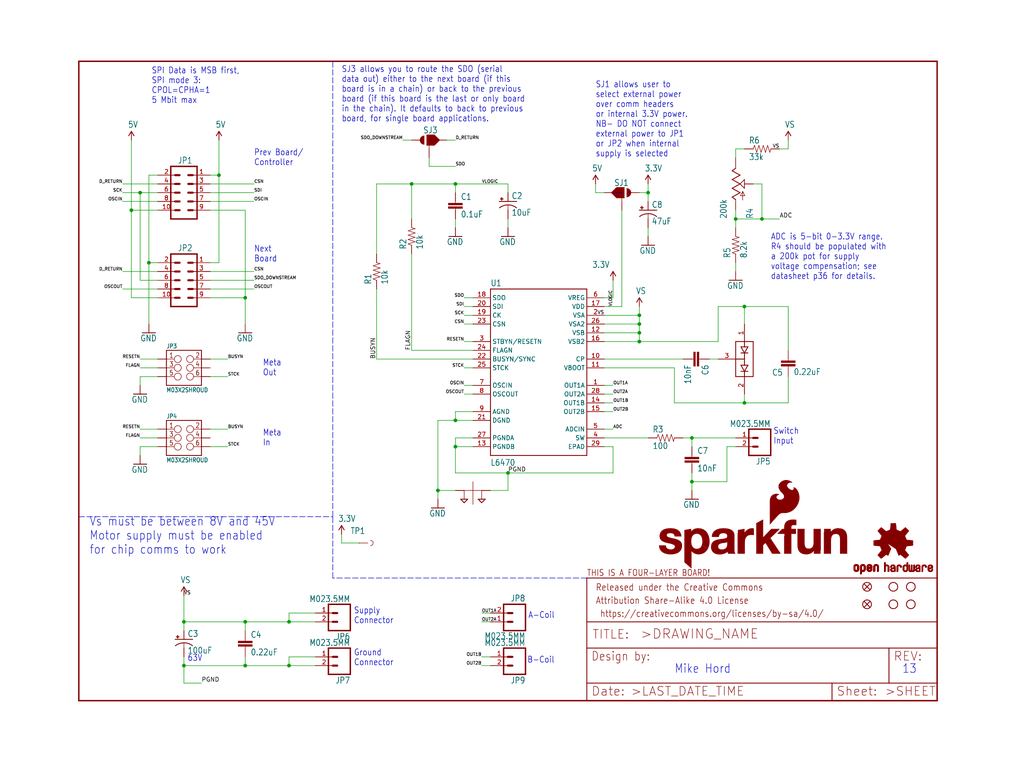
<source format=kicad_sch>
(kicad_sch (version 20211123) (generator eeschema)
  (paper "User" 297.002 223.926)
  (lib_symbols
    (symbol "eagleSchem-eagle-import:0.1UF-25V(+80{slash}-20%)(0603)"
      (property "Reference" "C" (at 1.524 2.921 0))
      (property "Value" "0.1UF-25V(+80{slash}-20%)(0603)" (at 1.524 -2.159 0))
      (symbol "0.1UF-25V(+80{slash}-20%)(0603)_1_0"
        (pin passive line (at 0 5.08 270) (length 2.54) (name "1") (number "1"))
        (pin passive line (at 0 -2.54 90) (length 2.54) (name "2") (number "2"))
      )
    )
    (symbol "eagleSchem-eagle-import:0.22UF50V-20%,+80%(0603)"
      (property "Reference" "C" (at 1.524 2.921 0))
      (property "Value" "0.22UF50V-20%,+80%(0603)" (at 1.524 -2.159 0))
      (symbol "0.22UF50V-20%,+80%(0603)_1_0"
        (pin passive line (at 0 5.08 270) (length 2.54) (name "1") (number "1"))
        (pin passive line (at 0 -2.54 90) (length 2.54) (name "2") (number "2"))
      )
    )
    (symbol "eagleSchem-eagle-import:100OHM1{slash}10W1%(0603)"
      (property "Reference" "R" (at -3.81 1.4986 0))
      (property "Value" "100OHM1{slash}10W1%(0603)" (at -3.81 -3.302 0))
      (symbol "100OHM1{slash}10W1%(0603)_1_0"
        (pin passive line (at -5.08 0 0) (length 2.54) (name "1") (number "1"))
        (pin passive line (at 5.08 0 180) (length 2.54) (name "2") (number "2"))
      )
    )
    (symbol "eagleSchem-eagle-import:100UF-63V-20%(ELECT)"
      (property "Reference" "C" (at 1.016 0.635 0))
      (property "Value" "100UF-63V-20%(ELECT)" (at 1.016 -4.191 0))
      (symbol "100UF-63V-20%(ELECT)_1_0"
        (pin passive line (at 0 2.54 270) (length 2.54) (name "+") (number "+"))
        (pin passive line (at 0 -5.08 90) (length 2.54) (name "-") (number "-"))
      )
    )
    (symbol "eagleSchem-eagle-import:10KOHM1{slash}10W1%(0603)0603"
      (property "Reference" "R" (at -3.81 1.4986 0))
      (property "Value" "10KOHM1{slash}10W1%(0603)0603" (at -3.81 -3.302 0))
      (symbol "10KOHM1{slash}10W1%(0603)0603_1_0"
        (pin passive line (at -5.08 0 0) (length 2.54) (name "1") (number "1"))
        (pin passive line (at 5.08 0 180) (length 2.54) (name "2") (number "2"))
      )
    )
    (symbol "eagleSchem-eagle-import:10NF{slash}10000PF-50V-10%(0603)"
      (property "Reference" "C" (at 1.524 2.921 0))
      (property "Value" "10NF{slash}10000PF-50V-10%(0603)" (at 1.524 -2.159 0))
      (symbol "10NF{slash}10000PF-50V-10%(0603)_1_0"
        (pin passive line (at 0 5.08 270) (length 2.54) (name "1") (number "1"))
        (pin passive line (at 0 -2.54 90) (length 2.54) (name "2") (number "2"))
      )
    )
    (symbol "eagleSchem-eagle-import:10UF-TANT"
      (property "Reference" "C" (at 1.016 0.635 0))
      (property "Value" "10UF-TANT" (at 1.016 -4.191 0))
      (symbol "10UF-TANT_1_0"
        (pin passive line (at 0 2.54 270) (length 2.54) (name "+") (number "A"))
        (pin passive line (at 0 -5.08 90) (length 2.54) (name "-") (number "C"))
      )
    )
    (symbol "eagleSchem-eagle-import:2PT_GND_TIE"
      (symbol "2PT_GND_TIE_1_0"
        (pin bidirectional line (at -5.08 0 0) (length 2.54) (name "P$1") (number "P$1"))
        (pin bidirectional line (at 5.08 0 180) (length 2.54) (name "P$2") (number "P$2"))
      )
    )
    (symbol "eagleSchem-eagle-import:3.3V" (power)
      (property "Value" "3.3V" (at -1.016 3.556 0))
      (symbol "3.3V_1_0"
        (pin power_in line (at 0 0 90) (length 2.54) (name "3.3V") (number "1"))
      )
    )
    (symbol "eagleSchem-eagle-import:33KOHM1{slash}10W1%(0603)"
      (property "Reference" "R" (at -3.81 1.4986 0))
      (property "Value" "33KOHM1{slash}10W1%(0603)" (at -3.81 -3.302 0))
      (symbol "33KOHM1{slash}10W1%(0603)_1_0"
        (pin passive line (at -5.08 0 0) (length 2.54) (name "1") (number "1"))
        (pin passive line (at 5.08 0 180) (length 2.54) (name "2") (number "2"))
      )
    )
    (symbol "eagleSchem-eagle-import:47UF-TANT"
      (property "Reference" "C" (at 1.016 0.635 0))
      (property "Value" "47UF-TANT" (at 1.016 -4.191 0))
      (symbol "47UF-TANT_1_0"
        (pin passive line (at 0 2.54 270) (length 2.54) (name "+") (number "A"))
        (pin passive line (at 0 -5.08 90) (length 2.54) (name "-") (number "C"))
      )
    )
    (symbol "eagleSchem-eagle-import:5V" (power)
      (property "Value" "5V" (at -1.016 3.556 0))
      (symbol "5V_1_0"
        (pin power_in line (at 0 0 90) (length 2.54) (name "5V") (number "1"))
      )
    )
    (symbol "eagleSchem-eagle-import:8.2KOHM-1{slash}10W-5%(0603)"
      (property "Reference" "R" (at -3.81 1.4986 0))
      (property "Value" "8.2KOHM-1{slash}10W-5%(0603)" (at -3.81 -3.302 0))
      (symbol "8.2KOHM-1{slash}10W-5%(0603)_1_0"
        (pin passive line (at -5.08 0 0) (length 2.54) (name "1") (number "1"))
        (pin passive line (at 5.08 0 180) (length 2.54) (name "2") (number "2"))
      )
    )
    (symbol "eagleSchem-eagle-import:BAV99"
      (symbol "BAV99_1_0"
        (pin bidirectional line (at -10.16 0 0) (length 5.08) (name "A1") (number "1"))
        (pin bidirectional line (at 10.16 0 180) (length 5.08) (name "C2") (number "2"))
        (pin bidirectional line (at 0 -7.62 90) (length 5.08) (name "COM") (number "3"))
      )
    )
    (symbol "eagleSchem-eagle-import:FIDUCIALUFIDUCIAL")
    (symbol "eagleSchem-eagle-import:FOUR_LAYER_WARNING"
      (symbol "FOUR_LAYER_WARNING_1_0"
        (text "THIS IS A FOUR-LAYER BOARD!" (at 0 0 0) (effects (font (size 1.778 1.5113)) (justify left bottom)))
      )
    )
    (symbol "eagleSchem-eagle-import:FRAME-LETTER"
      (symbol "FRAME-LETTER_2_0"
        (text " https://creativecommons.org/licenses/by-sa/4.0/" (at 2.54 24.13 0) (effects (font (size 1.9304 1.6408)) (justify left bottom)))
        (text ">DRAWING_NAME" (at 15.494 17.78 0) (effects (font (size 2.7432 2.7432)) (justify left bottom)))
        (text ">LAST_DATE_TIME" (at 12.7 1.27 0) (effects (font (size 2.54 2.54)) (justify left bottom)))
        (text ">SHEET" (at 86.36 1.27 0) (effects (font (size 2.54 2.54)) (justify left bottom)))
        (text "Attribution Share-Alike 4.0 License" (at 2.54 27.94 0) (effects (font (size 1.9304 1.6408)) (justify left bottom)))
        (text "Date:" (at 1.27 1.27 0) (effects (font (size 2.54 2.54)) (justify left bottom)))
        (text "Design by:" (at 1.27 11.43 0) (effects (font (size 2.54 2.159)) (justify left bottom)))
        (text "Released under the Creative Commons" (at 2.54 31.75 0) (effects (font (size 1.9304 1.6408)) (justify left bottom)))
        (text "REV:" (at 88.9 11.43 0) (effects (font (size 2.54 2.54)) (justify left bottom)))
        (text "Sheet:" (at 72.39 1.27 0) (effects (font (size 2.54 2.54)) (justify left bottom)))
        (text "TITLE:" (at 1.524 17.78 0) (effects (font (size 2.54 2.54)) (justify left bottom)))
      )
    )
    (symbol "eagleSchem-eagle-import:GND" (power)
      (property "Value" "GND" (at -2.54 -2.54 0))
      (symbol "GND_1_0"
        (pin power_in line (at 0 2.54 270) (length 2.54) (name "GND") (number "1"))
      )
    )
    (symbol "eagleSchem-eagle-import:JUMPER-PAD-3-2OF3_NC_BY_PASTE"
      (property "Reference" "SJ" (at 2.54 0.381 0))
      (property "Value" "JUMPER-PAD-3-2OF3_NC_BY_PASTE" (at 2.54 -1.905 0))
      (symbol "JUMPER-PAD-3-2OF3_NC_BY_PASTE_1_0"
        (pin passive line (at 0 5.08 270) (length 2.54) (name "1") (number "1"))
        (pin passive line (at -5.08 0 0) (length 2.54) (name "2") (number "2"))
        (pin passive line (at 0 -5.08 90) (length 2.54) (name "3") (number "3"))
      )
    )
    (symbol "eagleSchem-eagle-import:L6470"
      (property "Reference" "U" (at 0 49.022 0))
      (property "Value" "L6470" (at 0 -3.048 0))
      (symbol "L6470_1_0"
        (pin bidirectional line (at 33.02 20.32 180) (length 5.08) (name "OUT1A") (number "1"))
        (pin bidirectional line (at 33.02 27.94 180) (length 5.08) (name "CP") (number "10"))
        (pin bidirectional line (at 33.02 25.4 180) (length 5.08) (name "VBOOT") (number "11"))
        (pin bidirectional line (at 33.02 35.56 180) (length 5.08) (name "VSB") (number "12"))
        (pin bidirectional line (at -5.08 2.54 0) (length 5.08) (name "PGNDB") (number "13"))
        (pin bidirectional line (at 33.02 15.24 180) (length 5.08) (name "OUT1B") (number "14"))
        (pin bidirectional line (at 33.02 12.7 180) (length 5.08) (name "OUT2B") (number "15"))
        (pin bidirectional line (at 33.02 33.02 180) (length 5.08) (name "VSB2") (number "16"))
        (pin bidirectional line (at 33.02 43.18 180) (length 5.08) (name "VDD") (number "17"))
        (pin bidirectional line (at -5.08 45.72 0) (length 5.08) (name "SDO") (number "18"))
        (pin bidirectional line (at -5.08 40.64 0) (length 5.08) (name "CK") (number "19"))
        (pin bidirectional line (at 33.02 40.64 180) (length 5.08) (name "VSA") (number "2"))
        (pin bidirectional line (at -5.08 43.18 0) (length 5.08) (name "SDI") (number "20"))
        (pin bidirectional line (at -5.08 10.16 0) (length 5.08) (name "DGND") (number "21"))
        (pin bidirectional line (at -5.08 27.94 0) (length 5.08) (name "BUSYN/SYNC") (number "22"))
        (pin bidirectional line (at -5.08 38.1 0) (length 5.08) (name "CSN") (number "23"))
        (pin bidirectional line (at -5.08 30.48 0) (length 5.08) (name "FLAGN") (number "24"))
        (pin bidirectional line (at -5.08 25.4 0) (length 5.08) (name "STCK") (number "25"))
        (pin bidirectional line (at 33.02 38.1 180) (length 5.08) (name "VSA2") (number "26"))
        (pin bidirectional line (at -5.08 5.08 0) (length 5.08) (name "PGNDA") (number "27"))
        (pin bidirectional line (at 33.02 17.78 180) (length 5.08) (name "OUT2A") (number "28"))
        (pin bidirectional line (at 33.02 2.54 180) (length 5.08) (name "EPAD") (number "29"))
        (pin bidirectional line (at -5.08 33.02 0) (length 5.08) (name "STBYN/RESETN") (number "3"))
        (pin bidirectional line (at 33.02 5.08 180) (length 5.08) (name "SW") (number "4"))
        (pin bidirectional line (at 33.02 7.62 180) (length 5.08) (name "ADCIN") (number "5"))
        (pin bidirectional line (at 33.02 45.72 180) (length 5.08) (name "VREG") (number "6"))
        (pin bidirectional line (at -5.08 20.32 0) (length 5.08) (name "OSCIN") (number "7"))
        (pin bidirectional line (at -5.08 17.78 0) (length 5.08) (name "OSCOUT") (number "8"))
        (pin bidirectional line (at -5.08 12.7 0) (length 5.08) (name "AGND") (number "9"))
      )
    )
    (symbol "eagleSchem-eagle-import:M023.5MM"
      (property "Reference" "JP" (at -2.54 5.842 0))
      (property "Value" "M023.5MM" (at -2.54 -5.08 0))
      (symbol "M023.5MM_1_0"
        (pin passive line (at 7.62 0 180) (length 5.08) (name "1") (number "1"))
        (pin passive line (at 7.62 2.54 180) (length 5.08) (name "2") (number "2"))
      )
    )
    (symbol "eagleSchem-eagle-import:M03X2SHROUD"
      (property "Reference" "JP" (at -5.08 5.588 0))
      (property "Value" "M03X2SHROUD" (at -5.08 -7.112 0))
      (symbol "M03X2SHROUD_1_0"
        (text "1" (at -4.318 2.794 0) (effects (font (size 1.4224 1.209)) (justify left bottom)))
        (text "2" (at 3.302 2.794 0) (effects (font (size 1.4224 1.209)) (justify left bottom)))
        (text "3" (at -4.318 0.254 0) (effects (font (size 1.4224 1.209)) (justify left bottom)))
        (text "4" (at 3.302 0.254 0) (effects (font (size 1.4224 1.209)) (justify left bottom)))
        (text "5" (at -4.318 -2.286 0) (effects (font (size 1.4224 1.209)) (justify left bottom)))
        (text "6" (at 3.302 -2.286 0) (effects (font (size 1.4224 1.209)) (justify left bottom)))
        (pin bidirectional line (at -7.62 2.54 0) (length 2.54) (name "1") (number "1"))
        (pin bidirectional line (at 7.62 2.54 180) (length 2.54) (name "2") (number "2"))
        (pin bidirectional line (at -7.62 0 0) (length 2.54) (name "3") (number "3"))
        (pin bidirectional line (at 7.62 0 180) (length 2.54) (name "4") (number "4"))
        (pin bidirectional line (at -7.62 -2.54 0) (length 2.54) (name "5") (number "5"))
        (pin bidirectional line (at 7.62 -2.54 180) (length 2.54) (name "6") (number "6"))
      )
    )
    (symbol "eagleSchem-eagle-import:M05X2SHD"
      (property "Reference" "JP" (at -2.54 8.382 0))
      (property "Value" "M05X2SHD" (at -2.54 -10.16 0))
      (symbol "M05X2SHD_1_0"
        (pin passive line (at -7.62 5.08 0) (length 5.08) (name "1") (number "1"))
        (pin passive line (at 7.62 -5.08 180) (length 5.08) (name "10") (number "10"))
        (pin passive line (at 7.62 5.08 180) (length 5.08) (name "2") (number "2"))
        (pin passive line (at -7.62 2.54 0) (length 5.08) (name "3") (number "3"))
        (pin passive line (at 7.62 2.54 180) (length 5.08) (name "4") (number "4"))
        (pin passive line (at -7.62 0 0) (length 5.08) (name "5") (number "5"))
        (pin passive line (at 7.62 0 180) (length 5.08) (name "6") (number "6"))
        (pin passive line (at -7.62 -2.54 0) (length 5.08) (name "7") (number "7"))
        (pin passive line (at 7.62 -2.54 180) (length 5.08) (name "8") (number "8"))
        (pin passive line (at -7.62 -5.08 0) (length 5.08) (name "9") (number "9"))
      )
    )
    (symbol "eagleSchem-eagle-import:OSHW-LOGOM")
    (symbol "eagleSchem-eagle-import:POT100K_3362U"
      (property "Reference" "RV" (at 5.08 -10.16 90))
      (property "Value" "POT100K_3362U" (at -2.54 -10.16 90))
      (symbol "POT100K_3362U_1_0"
        (pin passive line (at 0 7.62 270) (length 2.54) (name "E") (number "P$1"))
        (pin passive line (at 5.08 0 180) (length 2.54) (name "S") (number "P$2"))
        (pin passive line (at 0 -7.62 90) (length 2.54) (name "A") (number "P$3"))
      )
    )
    (symbol "eagleSchem-eagle-import:SFE_LOGO_NAME_FLAME.2_INCH")
    (symbol "eagleSchem-eagle-import:STAND-OFF")
    (symbol "eagleSchem-eagle-import:TEST-POINTTP_15TH_THRU"
      (property "Reference" "TP" (at -2.54 2.54 0))
      (property "Value" "TEST-POINTTP_15TH_THRU" (at -2.54 -2.54 0))
      (symbol "TEST-POINTTP_15TH_THRU_1_0"
        (pin bidirectional line (at 0 0 180) (length 0) (name "1") (number "P$1"))
      )
    )
    (symbol "eagleSchem-eagle-import:VCC" (power)
      (property "Value" "VCC" (at -1.016 3.556 0))
      (symbol "VCC_1_0"
        (pin power_in line (at 0 0 90) (length 2.54) (name "VCC") (number "1"))
      )
    )
  )
  (junction (at 53.34 193.04))
  (junction (at 71.12 180.34))
  (junction (at 63.5 50.8))
  (junction (at 43.18 76.2))
  (junction (at 200.66 127))
  (junction (at 132.08 53.34))
  (junction (at 185.42 93.98))
  (junction (at 71.12 193.04))
  (junction (at 185.42 99.06))
  (junction (at 40.64 55.88))
  (junction (at 132.08 129.54))
  (junction (at 185.42 96.52))
  (junction (at 53.34 180.34))
  (junction (at 83.82 193.04))
  (junction (at 200.66 139.7))
  (junction (at 185.42 91.44))
  (junction (at 220.98 63.5))
  (junction (at 83.82 180.34))
  (junction (at 215.9 88.9))
  (junction (at 213.36 63.5))
  (junction (at 38.1 60.96))
  (junction (at 119.38 53.34))
  (junction (at 215.9 116.84))
  (junction (at 147.32 137.16))
  (junction (at 127 142.24))
  (junction (at 132.08 121.92))
  (junction (at 71.12 86.36))
  (junction (at 187.96 55.88))
  (wire (pts (xy 124.46 48.26) (xy 132.08 48.26)))
  (wire (pts (xy 147.32 63.5) (xy 147.32 66.04)))
  (wire (pts (xy 60.96 78.74) (xy 73.66 78.74)))
  (wire (pts (xy 40.64 55.88) (xy 35.56 55.88)))
  (wire (pts (xy 132.08 53.34) (xy 132.08 55.88)))
  (wire (pts (xy 213.36 45.72) (xy 213.36 43.18)))
  (wire (pts (xy 132.08 142.24) (xy 127 142.24)))
  (wire (pts (xy 45.72 58.42) (xy 35.56 58.42)))
  (wire (pts (xy 175.26 93.98) (xy 185.42 93.98)))
  (wire (pts (xy 220.98 63.5) (xy 220.98 53.34)))
  (wire (pts (xy 119.38 101.6) (xy 119.38 73.66)))
  (wire (pts (xy 213.36 63.5) (xy 220.98 63.5)))
  (wire (pts (xy 177.8 129.54) (xy 175.26 129.54)))
  (polyline (pts (xy 180.34 55.88) (xy 177.8 55.88)))
  (wire (pts (xy 119.38 40.64) (xy 116.84 40.64)))
  (wire (pts (xy 53.34 198.12) (xy 53.34 193.04)))
  (wire (pts (xy 215.9 116.84) (xy 215.9 114.3)))
  (wire (pts (xy 38.1 60.96) (xy 45.72 60.96)))
  (wire (pts (xy 175.26 119.38) (xy 177.8 119.38)))
  (wire (pts (xy 127 142.24) (xy 127 121.92)))
  (wire (pts (xy 132.08 137.16) (xy 147.32 137.16)))
  (wire (pts (xy 147.32 142.24) (xy 147.32 137.16)))
  (wire (pts (xy 45.72 104.14) (xy 40.64 104.14)))
  (wire (pts (xy 127 121.92) (xy 132.08 121.92)))
  (wire (pts (xy 71.12 93.98) (xy 71.12 86.36)))
  (polyline (pts (xy 96.52 167.64) (xy 96.52 149.86)))
  (wire (pts (xy 175.26 124.46) (xy 177.8 124.46)))
  (wire (pts (xy 109.22 104.14) (xy 109.22 83.82)))
  (wire (pts (xy 60.96 104.14) (xy 66.04 104.14)))
  (wire (pts (xy 63.5 50.8) (xy 63.5 76.2)))
  (wire (pts (xy 132.08 121.92) (xy 137.16 121.92)))
  (wire (pts (xy 213.36 43.18) (xy 215.9 43.18)))
  (wire (pts (xy 53.34 193.04) (xy 71.12 193.04)))
  (wire (pts (xy 132.08 129.54) (xy 132.08 137.16)))
  (wire (pts (xy 45.72 83.82) (xy 35.56 83.82)))
  (wire (pts (xy 185.42 55.88) (xy 187.96 55.88)))
  (wire (pts (xy 99.06 157.48) (xy 104.14 157.48)))
  (wire (pts (xy 187.96 68.58) (xy 187.96 66.04)))
  (wire (pts (xy 137.16 119.38) (xy 132.08 119.38)))
  (wire (pts (xy 60.96 50.8) (xy 63.5 50.8)))
  (wire (pts (xy 175.26 86.36) (xy 177.8 86.36)))
  (wire (pts (xy 60.96 58.42) (xy 73.66 58.42)))
  (wire (pts (xy 200.66 139.7) (xy 210.82 139.7)))
  (wire (pts (xy 200.66 142.24) (xy 200.66 139.7)))
  (wire (pts (xy 45.72 78.74) (xy 35.56 78.74)))
  (wire (pts (xy 220.98 63.5) (xy 226.06 63.5)))
  (wire (pts (xy 137.16 93.98) (xy 134.62 93.98)))
  (wire (pts (xy 137.16 127) (xy 132.08 127)))
  (wire (pts (xy 53.34 198.12) (xy 58.42 198.12)))
  (wire (pts (xy 53.34 190.5) (xy 53.34 193.04)))
  (wire (pts (xy 83.82 193.04) (xy 83.82 190.5)))
  (wire (pts (xy 60.96 124.46) (xy 66.04 124.46)))
  (wire (pts (xy 63.5 40.64) (xy 63.5 50.8)))
  (wire (pts (xy 200.66 139.7) (xy 200.66 137.16)))
  (wire (pts (xy 83.82 193.04) (xy 71.12 193.04)))
  (wire (pts (xy 83.82 180.34) (xy 83.82 177.8)))
  (wire (pts (xy 200.66 127) (xy 198.12 127)))
  (wire (pts (xy 45.72 127) (xy 40.64 127)))
  (wire (pts (xy 45.72 50.8) (xy 43.18 50.8)))
  (wire (pts (xy 60.96 60.96) (xy 71.12 60.96)))
  (wire (pts (xy 142.24 177.8) (xy 139.7 177.8)))
  (wire (pts (xy 213.36 60.96) (xy 213.36 63.5)))
  (polyline (pts (xy 22.86 149.86) (xy 96.52 149.86)))
  (wire (pts (xy 200.66 127) (xy 213.36 127)))
  (polyline (pts (xy 170.18 167.64) (xy 96.52 167.64)))
  (wire (pts (xy 91.44 193.04) (xy 83.82 193.04)))
  (wire (pts (xy 83.82 177.8) (xy 91.44 177.8)))
  (wire (pts (xy 137.16 106.68) (xy 134.62 106.68)))
  (wire (pts (xy 180.34 60.96) (xy 180.34 88.9)))
  (wire (pts (xy 185.42 99.06) (xy 175.26 99.06)))
  (wire (pts (xy 99.06 154.94) (xy 99.06 157.48)))
  (wire (pts (xy 200.66 129.54) (xy 200.66 127)))
  (wire (pts (xy 147.32 137.16) (xy 177.8 137.16)))
  (wire (pts (xy 40.64 109.22) (xy 45.72 109.22)))
  (wire (pts (xy 142.24 193.04) (xy 139.7 193.04)))
  (wire (pts (xy 137.16 88.9) (xy 134.62 88.9)))
  (wire (pts (xy 43.18 93.98) (xy 43.18 76.2)))
  (wire (pts (xy 45.72 86.36) (xy 38.1 86.36)))
  (wire (pts (xy 63.5 76.2) (xy 60.96 76.2)))
  (wire (pts (xy 215.9 88.9) (xy 215.9 93.98)))
  (wire (pts (xy 220.98 53.34) (xy 218.44 53.34)))
  (wire (pts (xy 185.42 96.52) (xy 185.42 99.06)))
  (wire (pts (xy 177.8 86.36) (xy 177.8 81.28)))
  (wire (pts (xy 132.08 66.04) (xy 132.08 63.5)))
  (wire (pts (xy 45.72 124.46) (xy 40.64 124.46)))
  (wire (pts (xy 91.44 180.34) (xy 83.82 180.34)))
  (wire (pts (xy 137.16 129.54) (xy 132.08 129.54)))
  (wire (pts (xy 60.96 83.82) (xy 73.66 83.82)))
  (wire (pts (xy 83.82 190.5) (xy 91.44 190.5)))
  (wire (pts (xy 185.42 93.98) (xy 185.42 96.52)))
  (wire (pts (xy 71.12 180.34) (xy 71.12 182.88)))
  (wire (pts (xy 210.82 139.7) (xy 210.82 129.54)))
  (wire (pts (xy 213.36 76.2) (xy 213.36 78.74)))
  (wire (pts (xy 119.38 53.34) (xy 132.08 53.34)))
  (wire (pts (xy 137.16 104.14) (xy 109.22 104.14)))
  (wire (pts (xy 137.16 91.44) (xy 134.62 91.44)))
  (wire (pts (xy 53.34 172.72) (xy 53.34 180.34)))
  (wire (pts (xy 109.22 73.66) (xy 109.22 53.34)))
  (wire (pts (xy 71.12 86.36) (xy 60.96 86.36)))
  (wire (pts (xy 127 144.78) (xy 127 142.24)))
  (wire (pts (xy 147.32 53.34) (xy 147.32 55.88)))
  (wire (pts (xy 208.28 99.06) (xy 208.28 88.9)))
  (wire (pts (xy 175.26 114.3) (xy 177.8 114.3)))
  (wire (pts (xy 60.96 53.34) (xy 73.66 53.34)))
  (wire (pts (xy 40.64 81.28) (xy 45.72 81.28)))
  (wire (pts (xy 71.12 193.04) (xy 71.12 190.5)))
  (wire (pts (xy 137.16 86.36) (xy 134.62 86.36)))
  (wire (pts (xy 40.64 111.76) (xy 40.64 109.22)))
  (wire (pts (xy 45.72 106.68) (xy 40.64 106.68)))
  (wire (pts (xy 109.22 53.34) (xy 119.38 53.34)))
  (wire (pts (xy 124.46 45.72) (xy 124.46 48.26)))
  (wire (pts (xy 175.26 88.9) (xy 180.34 88.9)))
  (wire (pts (xy 71.12 60.96) (xy 71.12 86.36)))
  (wire (pts (xy 175.26 127) (xy 187.96 127)))
  (wire (pts (xy 60.96 81.28) (xy 73.66 81.28)))
  (wire (pts (xy 175.26 116.84) (xy 177.8 116.84)))
  (wire (pts (xy 213.36 66.04) (xy 213.36 63.5)))
  (wire (pts (xy 175.26 104.14) (xy 198.12 104.14)))
  (wire (pts (xy 137.16 114.3) (xy 134.62 114.3)))
  (wire (pts (xy 185.42 91.44) (xy 185.42 93.98)))
  (wire (pts (xy 142.24 142.24) (xy 147.32 142.24)))
  (wire (pts (xy 208.28 88.9) (xy 215.9 88.9)))
  (wire (pts (xy 43.18 76.2) (xy 45.72 76.2)))
  (wire (pts (xy 187.96 55.88) (xy 187.96 53.34)))
  (wire (pts (xy 172.72 55.88) (xy 172.72 53.34)))
  (wire (pts (xy 205.74 104.14) (xy 208.28 104.14)))
  (wire (pts (xy 38.1 40.64) (xy 38.1 60.96)))
  (wire (pts (xy 175.26 111.76) (xy 177.8 111.76)))
  (wire (pts (xy 175.26 96.52) (xy 185.42 96.52)))
  (wire (pts (xy 45.72 53.34) (xy 35.56 53.34)))
  (wire (pts (xy 226.06 43.18) (xy 228.6 43.18)))
  (wire (pts (xy 195.58 116.84) (xy 195.58 106.68)))
  (wire (pts (xy 137.16 111.76) (xy 134.62 111.76)))
  (wire (pts (xy 132.08 53.34) (xy 147.32 53.34)))
  (wire (pts (xy 177.8 137.16) (xy 177.8 129.54)))
  (wire (pts (xy 60.96 109.22) (xy 66.04 109.22)))
  (wire (pts (xy 38.1 86.36) (xy 38.1 60.96)))
  (wire (pts (xy 129.54 40.64) (xy 132.08 40.64)))
  (wire (pts (xy 53.34 180.34) (xy 71.12 180.34)))
  (wire (pts (xy 45.72 55.88) (xy 40.64 55.88)))
  (wire (pts (xy 185.42 99.06) (xy 208.28 99.06)))
  (wire (pts (xy 187.96 58.42) (xy 187.96 55.88)))
  (wire (pts (xy 228.6 88.9) (xy 228.6 101.6)))
  (wire (pts (xy 40.64 132.08) (xy 40.64 129.54)))
  (wire (pts (xy 119.38 63.5) (xy 119.38 53.34)))
  (wire (pts (xy 228.6 109.22) (xy 228.6 116.84)))
  (wire (pts (xy 142.24 190.5) (xy 139.7 190.5)))
  (wire (pts (xy 195.58 106.68) (xy 175.26 106.68)))
  (wire (pts (xy 228.6 116.84) (xy 215.9 116.84)))
  (wire (pts (xy 175.26 55.88) (xy 172.72 55.88)))
  (wire (pts (xy 175.26 91.44) (xy 185.42 91.44)))
  (wire (pts (xy 137.16 101.6) (xy 119.38 101.6)))
  (wire (pts (xy 215.9 116.84) (xy 195.58 116.84)))
  (polyline (pts (xy 96.52 149.86) (xy 96.52 17.78)))
  (wire (pts (xy 60.96 129.54) (xy 66.04 129.54)))
  (wire (pts (xy 137.16 99.06) (xy 134.62 99.06)))
  (wire (pts (xy 132.08 129.54) (xy 132.08 127)))
  (wire (pts (xy 40.64 55.88) (xy 40.64 81.28)))
  (wire (pts (xy 60.96 55.88) (xy 73.66 55.88)))
  (wire (pts (xy 53.34 182.88) (xy 53.34 180.34)))
  (wire (pts (xy 132.08 119.38) (xy 132.08 121.92)))
  (wire (pts (xy 215.9 88.9) (xy 228.6 88.9)))
  (wire (pts (xy 210.82 129.54) (xy 213.36 129.54)))
  (wire (pts (xy 142.24 180.34) (xy 139.7 180.34)))
  (wire (pts (xy 228.6 43.18) (xy 228.6 40.64)))
  (wire (pts (xy 40.64 129.54) (xy 45.72 129.54)))
  (wire (pts (xy 185.42 88.9) (xy 185.42 91.44)))
  (wire (pts (xy 83.82 180.34) (xy 71.12 180.34)))
  (wire (pts (xy 43.18 50.8) (xy 43.18 76.2)))
  (text "ADC is 5-bit 0-3.3V range.\nR4 should be populated with\na 200k pot for supply\nvoltage compensation; see\ndatasheet p36 for details." (at 223.52 81.28 0) (effects (font (size 1.778 1.5113)) (justify left bottom)))
  (text "Next\nBoard" (at 73.66 76.2 180) (effects (font (size 1.778 1.5113)) (justify left bottom)))
  (text "SPI Data is MSB first,\nSPI mode 3:\nCPOL=CPHA=1\n5 Mbit max" (at 43.942 30.226 0) (effects (font (size 1.778 1.5113)) (justify left bottom)))
  (text "13" (at 261.62 195.58 180) (effects (font (size 2.54 2.159)) (justify left bottom)))
  (text "Mike Hord" (at 195.58 195.58 180) (effects (font (size 2.54 2.159)) (justify left bottom)))
  (text "Vs must be between 8V and 45V\nMotor supply must be enabled\nfor chip comms to work~{}" (at 25.908 161.036 0) (effects (font (size 2.54 2.159)) (justify left bottom)))
  (text "Supply\nConnector" (at 102.616 181.102 180) (effects (font (size 1.778 1.5113)) (justify left bottom)))
  (text "63V" (at 54.356 192.024 180) (effects (font (size 1.778 1.5113)) (justify left bottom)))
  (text "SJ3 allows you to route the SDO (serial\ndata out) either to the next board (if this\nboard is in a chain) or back to the previous\nboard (if this board is the last or only board\nin the chain). It defaults to back to previous\nboard, for single board applications." (at 99.06 35.56 0) (effects (font (size 1.778 1.5113)) (justify left bottom)))
  (text "Prev Board/\nController" (at 73.66 48.26 180) (effects (font (size 1.778 1.5113)) (justify left bottom)))
  (text "SJ1 allows user to\nselect external power\nover comm headers\nor internal 3.3V power.\nNB- DO NOT connect\nexternal power to JP1\nor JP2 when internal\nsupply is selected~{}" (at 172.72 45.72 0) (effects (font (size 1.778 1.5113)) (justify left bottom)))
  (text "Meta\nIn" (at 76.2 129.54 180) (effects (font (size 1.778 1.5113)) (justify left bottom)))
  (text "B-Coil" (at 152.908 192.532 180) (effects (font (size 1.778 1.5113)) (justify left bottom)))
  (text "Switch\nInput" (at 224.282 129.032 180) (effects (font (size 1.778 1.5113)) (justify left bottom)))
  (text "A-Coil" (at 153.162 179.578 180) (effects (font (size 1.778 1.5113)) (justify left bottom)))
  (text "Meta\nOut" (at 76.2 109.22 180) (effects (font (size 1.778 1.5113)) (justify left bottom)))
  (text "Ground\nConnector" (at 102.616 193.294 180) (effects (font (size 1.778 1.5113)) (justify left bottom)))
  (label "SDI" (at 73.66 55.88 0) (effects (font (size 0.889 0.889))))
  (label "OSCIN" (at 73.66 58.42 0) (effects (font (size 0.889 0.889))))
  (label "PGND" (at 58.42 198.12 0) (effects (font (size 1.2446 1.2446))))
  (label "OSCIN" (at 134.62 111.76 180) (effects (font (size 0.889 0.889))))
  (label "ADC" (at 226.06 63.5 0) (effects (font (size 1.2446 1.2446))))
  (label "FLAGN" (at 119.38 101.6 90) (effects (font (size 1.2446 1.2446))))
  (label "BUSYN" (at 66.04 124.46 0) (effects (font (size 0.889 0.889))))
  (label "BUSYN" (at 66.04 104.14 0) (effects (font (size 0.889 0.889))))
  (label "SDO_DOWNSTREAM" (at 73.66 81.28 0) (effects (font (size 0.889 0.889))))
  (label "SDO" (at 132.08 48.26 0) (effects (font (size 0.889 0.889))))
  (label "OSCIN" (at 35.56 58.42 180) (effects (font (size 0.889 0.889))))
  (label "OUT2A" (at 177.8 114.3 0) (effects (font (size 0.889 0.889))))
  (label "VS" (at 53.34 172.72 0) (effects (font (size 1.016 1.016))))
  (label "VLOGIC" (at 177.8 88.9 90) (effects (font (size 0.889 0.889))))
  (label "VS" (at 175.26 91.44 180) (effects (font (size 1.016 1.016))))
  (label "D_RETURN" (at 35.56 78.74 180) (effects (font (size 0.889 0.889))))
  (label "RESETN" (at 40.64 104.14 180) (effects (font (size 0.889 0.889))))
  (label "OUT2B" (at 139.7 193.04 180) (effects (font (size 0.889 0.889))))
  (label "OUT1B" (at 139.7 190.5 180) (effects (font (size 0.889 0.889))))
  (label "VS" (at 226.06 43.18 180) (effects (font (size 1.016 1.016))))
  (label "RESETN" (at 134.62 99.06 180) (effects (font (size 0.889 0.889))))
  (label "SCK" (at 134.62 91.44 180) (effects (font (size 0.889 0.889))))
  (label "OUT2B" (at 177.8 119.38 0) (effects (font (size 0.889 0.889))))
  (label "STCK" (at 66.04 129.54 0) (effects (font (size 0.889 0.889))))
  (label "OSCOUT" (at 134.62 114.3 180) (effects (font (size 0.889 0.889))))
  (label "SDO" (at 134.62 86.36 180) (effects (font (size 0.889 0.889))))
  (label "SDI" (at 134.62 88.9 180) (effects (font (size 0.889 0.889))))
  (label "STCK" (at 134.62 106.68 180) (effects (font (size 0.889 0.889))))
  (label "STCK" (at 66.04 109.22 0) (effects (font (size 0.889 0.889))))
  (label "OUT2A" (at 139.7 180.34 0) (effects (font (size 0.889 0.889))))
  (label "SCK" (at 35.56 55.88 180) (effects (font (size 0.889 0.889))))
  (label "OSCOUT" (at 35.56 83.82 180) (effects (font (size 0.889 0.889))))
  (label "OUT1A" (at 177.8 111.76 0) (effects (font (size 0.889 0.889))))
  (label "VLOGIC" (at 139.7 53.34 0) (effects (font (size 0.889 0.889))))
  (label "D_RETURN" (at 35.56 53.34 180) (effects (font (size 0.889 0.889))))
  (label "SDO_DOWNSTREAM" (at 116.84 40.64 180) (effects (font (size 0.889 0.889))))
  (label "FLAGN" (at 40.64 127 180) (effects (font (size 0.889 0.889))))
  (label "RESETN" (at 40.64 124.46 180) (effects (font (size 0.889 0.889))))
  (label "BUSYN" (at 109.22 104.14 90) (effects (font (size 1.2446 1.2446))))
  (label "PGND" (at 147.32 137.16 0) (effects (font (size 1.2446 1.2446))))
  (label "CSN" (at 73.66 78.74 0) (effects (font (size 0.889 0.889))))
  (label "D_RETURN" (at 132.08 40.64 0) (effects (font (size 0.889 0.889))))
  (label "OUT1A" (at 139.7 177.8 0) (effects (font (size 0.889 0.889))))
  (label "OSCOUT" (at 73.66 83.82 0) (effects (font (size 0.889 0.889))))
  (label "CSN" (at 73.66 53.34 0) (effects (font (size 0.889 0.889))))
  (label "FLAGN" (at 40.64 106.68 180) (effects (font (size 0.889 0.889))))
  (label "ADC" (at 177.8 124.46 0) (effects (font (size 0.889 0.889))))
  (label "CSN" (at 134.62 93.98 180) (effects (font (size 0.889 0.889))))
  (label "OUT1B" (at 177.8 116.84 0) (effects (font (size 0.889 0.889))))
  (symbol (lib_id "eagleSchem-eagle-import:BAV99") (at 215.9 104.14 270) (unit 1)
    (property "Reference" "D1" (effects hide))
    (property "Value" "BAV99" (effects hide))
    (property "Footprint" "eagleSchem:SOT23-3" (effects hide))
  )
  (symbol (lib_id "eagleSchem-eagle-import:10KOHM1{slash}10W1%(0603)0603") (at 109.22 78.74 90) (unit 1)
    (property "Reference" "R1" (at 107.7214 82.55 0) (effects (font (size 1.778 1.5113)) (justify left bottom)))
    (property "Value" "10k" (at 112.522 82.55 0) (effects (font (size 1.778 1.5113)) (justify left bottom)))
    (property "Footprint" "eagleSchem:0603-RES" (effects hide))
  )
  (symbol (lib_id "eagleSchem-eagle-import:0.22UF50V-20%,+80%(0603)") (at 71.12 187.96 0) (unit 1)
    (property "Reference" "C4" (at 72.644 185.039 0) (effects (font (size 1.778 1.5113)) (justify left bottom)))
    (property "Value" "0.22uF" (at 72.644 190.119 0) (effects (font (size 1.778 1.5113)) (justify left bottom)))
    (property "Footprint" "eagleSchem:0603-CAP" (effects hide))
  )
  (symbol (lib_id "eagleSchem-eagle-import:33KOHM1{slash}10W1%(0603)") (at 220.98 43.18 0) (unit 1)
    (property "Reference" "R6" (at 217.17 41.6814 0) (effects (font (size 1.778 1.5113)) (justify left bottom)))
    (property "Value" "33k" (at 217.17 46.482 0) (effects (font (size 1.778 1.5113)) (justify left bottom)))
    (property "Footprint" "eagleSchem:0603-RES" (effects hide))
  )
  (symbol (lib_id "eagleSchem-eagle-import:VCC") (at 53.34 172.72 0) (unit 1)
    (property "Reference" "#P+2" (effects hide))
    (property "Value" "VS" (at 52.324 169.164 0) (effects (font (size 1.778 1.5113)) (justify left bottom)))
    (property "Footprint" "eagleSchem:" (effects hide))
  )
  (symbol (lib_id "eagleSchem-eagle-import:GND") (at 127 147.32 0) (unit 1)
    (property "Reference" "#GND2" (effects hide))
    (property "Value" "GND" (at 124.46 149.86 0) (effects (font (size 1.778 1.5113)) (justify left bottom)))
    (property "Footprint" "eagleSchem:" (effects hide))
  )
  (symbol (lib_id "eagleSchem-eagle-import:10NF{slash}10000PF-50V-10%(0603)") (at 200.66 134.62 0) (unit 1)
    (property "Reference" "C7" (at 202.184 131.699 0) (effects (font (size 1.778 1.5113)) (justify left bottom)))
    (property "Value" "10nF" (at 202.184 136.779 0) (effects (font (size 1.778 1.5113)) (justify left bottom)))
    (property "Footprint" "eagleSchem:0603-CAP" (effects hide))
  )
  (symbol (lib_id "eagleSchem-eagle-import:M05X2SHD") (at 53.34 55.88 0) (mirror y) (unit 1)
    (property "Reference" "JP1" (at 55.88 47.498 0) (effects (font (size 1.778 1.5113)) (justify left bottom)))
    (property "Value" "M05X2SHD" (effects hide))
    (property "Footprint" "eagleSchem:2X5-SHROUDED" (effects hide))
  )
  (symbol (lib_id "eagleSchem-eagle-import:2PT_GND_TIE") (at 137.16 142.24 0) (unit 1)
    (property "Reference" "SJ2" (effects hide))
    (property "Value" "2PT_GND_TIE" (effects hide))
    (property "Footprint" "eagleSchem:2PT_GND_TIE" (effects hide))
  )
  (symbol (lib_id "eagleSchem-eagle-import:VCC") (at 185.42 88.9 0) (unit 1)
    (property "Reference" "#P+1" (effects hide))
    (property "Value" "VS" (at 184.404 85.344 0) (effects (font (size 1.778 1.5113)) (justify left bottom)))
    (property "Footprint" "eagleSchem:" (effects hide))
  )
  (symbol (lib_id "eagleSchem-eagle-import:L6470") (at 142.24 132.08 0) (unit 1)
    (property "Reference" "U1" (at 142.24 83.058 0) (effects (font (size 1.778 1.5113)) (justify left bottom)))
    (property "Value" "L6470 " (at 142.24 135.128 0) (effects (font (size 1.778 1.5113)) (justify left bottom)))
    (property "Footprint" "eagleSchem:HTSSOP28" (effects hide))
  )
  (symbol (lib_id "eagleSchem-eagle-import:GND") (at 132.08 68.58 0) (unit 1)
    (property "Reference" "#GND3" (effects hide))
    (property "Value" "GND" (at 129.54 71.12 0) (effects (font (size 1.778 1.5113)) (justify left bottom)))
    (property "Footprint" "eagleSchem:" (effects hide))
  )
  (symbol (lib_id "eagleSchem-eagle-import:FIDUCIALUFIDUCIAL") (at 251.46 175.26 0) (unit 1)
    (property "Reference" "FID2" (effects hide))
    (property "Value" "FIDUCIALUFIDUCIAL" (effects hide))
    (property "Footprint" "eagleSchem:MICRO-FIDUCIAL" (effects hide))
  )
  (symbol (lib_id "eagleSchem-eagle-import:M023.5MM") (at 149.86 180.34 0) (mirror y) (unit 1)
    (property "Reference" "JP8" (at 152.4 174.498 0) (effects (font (size 1.778 1.5113)) (justify left bottom)))
    (property "Value" "M023.5MM" (at 152.4 185.42 0) (effects (font (size 1.778 1.5113)) (justify left bottom)))
    (property "Footprint" "eagleSchem:SCREWTERMINAL-3.5MM-2" (effects hide))
  )
  (symbol (lib_id "eagleSchem-eagle-import:M023.5MM") (at 149.86 190.5 180) (unit 1)
    (property "Reference" "JP9" (at 152.4 196.342 0) (effects (font (size 1.778 1.5113)) (justify left bottom)))
    (property "Value" "M023.5MM" (at 152.4 185.42 0) (effects (font (size 1.778 1.5113)) (justify left bottom)))
    (property "Footprint" "eagleSchem:SCREWTERMINAL-3.5MM-2" (effects hide))
  )
  (symbol (lib_id "eagleSchem-eagle-import:10UF-TANT") (at 147.32 58.42 0) (unit 1)
    (property "Reference" "C2" (at 148.336 57.785 0) (effects (font (size 1.778 1.5113)) (justify left bottom)))
    (property "Value" "10uF" (at 148.336 62.611 0) (effects (font (size 1.778 1.5113)) (justify left bottom)))
    (property "Footprint" "eagleSchem:EIA3216" (effects hide))
  )
  (symbol (lib_id "eagleSchem-eagle-import:OSHW-LOGOM") (at 259.08 157.48 0) (unit 1)
    (property "Reference" "LOGO1" (effects hide))
    (property "Value" "OSHW-LOGOM" (effects hide))
    (property "Footprint" "eagleSchem:OSHW-LOGO-M" (effects hide))
  )
  (symbol (lib_id "eagleSchem-eagle-import:M03X2SHROUD") (at 53.34 127 0) (unit 1)
    (property "Reference" "JP4" (at 48.26 121.412 0) (effects (font (size 1.27 1.0795)) (justify left bottom)))
    (property "Value" "M03X2SHROUD" (at 48.26 134.112 0) (effects (font (size 1.27 1.0795)) (justify left bottom)))
    (property "Footprint" "eagleSchem:2X3-SHROUDED" (effects hide))
  )
  (symbol (lib_id "eagleSchem-eagle-import:10KOHM1{slash}10W1%(0603)0603") (at 119.38 68.58 90) (unit 1)
    (property "Reference" "R2" (at 117.8814 72.39 0) (effects (font (size 1.778 1.5113)) (justify left bottom)))
    (property "Value" "10k" (at 122.682 72.39 0) (effects (font (size 1.778 1.5113)) (justify left bottom)))
    (property "Footprint" "eagleSchem:0603-RES" (effects hide))
  )
  (symbol (lib_id "eagleSchem-eagle-import:TEST-POINTTP_15TH_THRU") (at 104.14 157.48 0) (unit 1)
    (property "Reference" "TP1" (at 101.6 154.94 0) (effects (font (size 1.778 1.5113)) (justify left bottom)))
    (property "Value" "TEST-POINTTP_15TH_THRU" (effects hide))
    (property "Footprint" "eagleSchem:TP_15TH" (effects hide))
  )
  (symbol (lib_id "eagleSchem-eagle-import:GND") (at 200.66 144.78 0) (unit 1)
    (property "Reference" "#GND7" (effects hide))
    (property "Value" "GND" (at 198.12 147.32 0) (effects (font (size 1.778 1.5113)) (justify left bottom)))
    (property "Footprint" "eagleSchem:" (effects hide))
  )
  (symbol (lib_id "eagleSchem-eagle-import:STAND-OFF") (at 259.08 170.18 0) (unit 1)
    (property "Reference" "STANDOFF1" (effects hide))
    (property "Value" "STAND-OFF" (effects hide))
    (property "Footprint" "eagleSchem:STAND-OFF" (effects hide))
  )
  (symbol (lib_id "eagleSchem-eagle-import:10NF{slash}10000PF-50V-10%(0603)") (at 200.66 104.14 270) (unit 1)
    (property "Reference" "C6" (at 203.581 105.664 0) (effects (font (size 1.778 1.5113)) (justify left bottom)))
    (property "Value" "10nF" (at 198.501 105.664 0) (effects (font (size 1.778 1.5113)) (justify left bottom)))
    (property "Footprint" "eagleSchem:0603-CAP" (effects hide))
  )
  (symbol (lib_id "eagleSchem-eagle-import:GND") (at 40.64 134.62 0) (unit 1)
    (property "Reference" "#GND12" (effects hide))
    (property "Value" "GND" (at 38.1 137.16 0) (effects (font (size 1.778 1.5113)) (justify left bottom)))
    (property "Footprint" "eagleSchem:" (effects hide))
  )
  (symbol (lib_id "eagleSchem-eagle-import:5V") (at 172.72 53.34 0) (unit 1)
    (property "Reference" "#U$1" (effects hide))
    (property "Value" "5V" (at 171.704 49.784 0) (effects (font (size 1.778 1.5113)) (justify left bottom)))
    (property "Footprint" "eagleSchem:" (effects hide))
  )
  (symbol (lib_id "eagleSchem-eagle-import:3.3V") (at 187.96 53.34 0) (unit 1)
    (property "Reference" "#P+5" (effects hide))
    (property "Value" "3.3V" (at 186.944 49.784 0) (effects (font (size 1.778 1.5113)) (justify left bottom)))
    (property "Footprint" "eagleSchem:" (effects hide))
  )
  (symbol (lib_id "eagleSchem-eagle-import:GND") (at 40.64 114.3 0) (unit 1)
    (property "Reference" "#GND11" (effects hide))
    (property "Value" "GND" (at 38.1 116.84 0) (effects (font (size 1.778 1.5113)) (justify left bottom)))
    (property "Footprint" "eagleSchem:" (effects hide))
  )
  (symbol (lib_id "eagleSchem-eagle-import:M03X2SHROUD") (at 53.34 106.68 0) (unit 1)
    (property "Reference" "JP3" (at 48.26 101.092 0) (effects (font (size 1.27 1.0795)) (justify left bottom)))
    (property "Value" "M03X2SHROUD" (at 48.26 113.792 0) (effects (font (size 1.27 1.0795)) (justify left bottom)))
    (property "Footprint" "eagleSchem:2X3-SHROUDED" (effects hide))
  )
  (symbol (lib_id "eagleSchem-eagle-import:STAND-OFF") (at 264.16 175.26 0) (unit 1)
    (property "Reference" "STANDOFF4" (effects hide))
    (property "Value" "STAND-OFF" (effects hide))
    (property "Footprint" "eagleSchem:STAND-OFF" (effects hide))
  )
  (symbol (lib_id "eagleSchem-eagle-import:47UF-TANT") (at 187.96 60.96 0) (unit 1)
    (property "Reference" "C8" (at 188.976 60.325 0) (effects (font (size 1.778 1.5113)) (justify left bottom)))
    (property "Value" "47uF" (at 188.976 65.151 0) (effects (font (size 1.778 1.5113)) (justify left bottom)))
    (property "Footprint" "eagleSchem:EIA3528" (effects hide))
  )
  (symbol (lib_id "eagleSchem-eagle-import:M023.5MM") (at 99.06 190.5 180) (unit 1)
    (property "Reference" "JP7" (at 101.6 196.342 0) (effects (font (size 1.778 1.5113)) (justify left bottom)))
    (property "Value" "M023.5MM" (at 101.6 185.42 0) (effects (font (size 1.778 1.5113)) (justify left bottom)))
    (property "Footprint" "eagleSchem:SCREWTERMINAL-3.5MM-2" (effects hide))
  )
  (symbol (lib_id "eagleSchem-eagle-import:FRAME-LETTER") (at 170.18 203.2 0) (unit 2)
    (property "Reference" "FRAME1" (effects hide))
    (property "Value" "FRAME-LETTER" (effects hide))
    (property "Footprint" "eagleSchem:CREATIVE_COMMONS" (effects hide))
  )
  (symbol (lib_id "eagleSchem-eagle-import:GND") (at 187.96 71.12 0) (unit 1)
    (property "Reference" "#GND9" (effects hide))
    (property "Value" "GND" (at 185.42 73.66 0) (effects (font (size 1.778 1.5113)) (justify left bottom)))
    (property "Footprint" "eagleSchem:" (effects hide))
  )
  (symbol (lib_id "eagleSchem-eagle-import:0.22UF50V-20%,+80%(0603)") (at 228.6 104.14 180) (unit 1)
    (property "Reference" "C5" (at 227.076 107.061 0) (effects (font (size 1.778 1.5113)) (justify left bottom)))
    (property "Value" "0.22uF" (at 230.124 108.839 0) (effects (font (size 1.778 1.5113)) (justify right top)))
    (property "Footprint" "eagleSchem:0603-CAP" (effects hide))
  )
  (symbol (lib_id "eagleSchem-eagle-import:GND") (at 213.36 81.28 0) (unit 1)
    (property "Reference" "#GND8" (effects hide))
    (property "Value" "GND" (at 210.82 83.82 0) (effects (font (size 1.778 1.5113)) (justify left bottom)))
    (property "Footprint" "eagleSchem:" (effects hide))
  )
  (symbol (lib_id "eagleSchem-eagle-import:0.1UF-25V(+80{slash}-20%)(0603)") (at 132.08 60.96 0) (unit 1)
    (property "Reference" "C1" (at 133.604 58.039 0) (effects (font (size 1.778 1.5113)) (justify left bottom)))
    (property "Value" "0.1uF" (at 133.604 63.119 0) (effects (font (size 1.778 1.5113)) (justify left bottom)))
    (property "Footprint" "eagleSchem:0603-CAP" (effects hide))
  )
  (symbol (lib_id "eagleSchem-eagle-import:POT100K_3362U") (at 213.36 53.34 0) (unit 1)
    (property "Reference" "R4" (at 218.44 63.5 90) (effects (font (size 1.778 1.5113)) (justify left bottom)))
    (property "Value" "200k" (at 210.82 63.5 90) (effects (font (size 1.778 1.5113)) (justify left bottom)))
    (property "Footprint" "eagleSchem:3362U" (effects hide))
  )
  (symbol (lib_id "eagleSchem-eagle-import:JUMPER-PAD-3-2OF3_NC_BY_PASTE") (at 124.46 40.64 90) (unit 1)
    (property "Reference" "SJ3" (at 122.682 38.735 90) (effects (font (size 1.778 1.5113)) (justify right top)))
    (property "Value" "JUMPER-PAD-3-2OF3_NC_BY_PASTE" (effects hide))
    (property "Footprint" "eagleSchem:PAD-JUMPER-3-2OF3_NC_BY_PASTE_YES_SILK_FULL_BOX" (effects hide))
  )
  (symbol (lib_id "eagleSchem-eagle-import:FRAME-LETTER") (at 22.86 203.2 0) (unit 1)
    (property "Reference" "FRAME1" (effects hide))
    (property "Value" "FRAME-LETTER" (effects hide))
    (property "Footprint" "eagleSchem:CREATIVE_COMMONS" (effects hide))
  )
  (symbol (lib_id "eagleSchem-eagle-import:100UF-63V-20%(ELECT)") (at 53.34 185.42 0) (unit 1)
    (property "Reference" "C3" (at 54.356 184.785 0) (effects (font (size 1.778 1.5113)) (justify left bottom)))
    (property "Value" "100uF" (at 54.356 189.611 0) (effects (font (size 1.778 1.5113)) (justify left bottom)))
    (property "Footprint" "eagleSchem:NIC_10X10.5_CAP" (effects hide))
  )
  (symbol (lib_id "eagleSchem-eagle-import:3.3V") (at 99.06 154.94 0) (unit 1)
    (property "Reference" "#P+6" (effects hide))
    (property "Value" "3.3V" (at 98.044 151.384 0) (effects (font (size 1.778 1.5113)) (justify left bottom)))
    (property "Footprint" "eagleSchem:" (effects hide))
  )
  (symbol (lib_id "eagleSchem-eagle-import:FOUR_LAYER_WARNING") (at 170.18 167.132 0) (unit 1)
    (property "Reference" "U$4" (effects hide))
    (property "Value" "FOUR_LAYER_WARNING" (effects hide))
    (property "Footprint" "eagleSchem:FOUR_LAYER_WARNING" (effects hide))
  )
  (symbol (lib_id "eagleSchem-eagle-import:SFE_LOGO_NAME_FLAME.2_INCH") (at 190.5 165.1 0) (unit 1)
    (property "Reference" "LOGO2" (effects hide))
    (property "Value" "SFE_LOGO_NAME_FLAME.2_INCH" (effects hide))
    (property "Footprint" "eagleSchem:SFE_LOGO_NAME_FLAME_.2" (effects hide))
  )
  (symbol (lib_id "eagleSchem-eagle-import:STAND-OFF") (at 259.08 175.26 0) (unit 1)
    (property "Reference" "STANDOFF3" (effects hide))
    (property "Value" "STAND-OFF" (effects hide))
    (property "Footprint" "eagleSchem:STAND-OFF" (effects hide))
  )
  (symbol (lib_id "eagleSchem-eagle-import:JUMPER-PAD-3-2OF3_NC_BY_PASTE") (at 180.34 55.88 270) (mirror x) (unit 1)
    (property "Reference" "SJ1" (at 182.372 53.975 90) (effects (font (size 1.778 1.5113)) (justify right top)))
    (property "Value" "JUMPER-PAD-3-2OF3_NC_BY_PASTE" (effects hide))
    (property "Footprint" "eagleSchem:PAD-JUMPER-3-2OF3_NC_BY_PASTE_YES_SILK_FULL_BOX" (effects hide))
  )
  (symbol (lib_id "eagleSchem-eagle-import:STAND-OFF") (at 264.16 170.18 0) (unit 1)
    (property "Reference" "STANDOFF2" (effects hide))
    (property "Value" "STAND-OFF" (effects hide))
    (property "Footprint" "eagleSchem:STAND-OFF" (effects hide))
  )
  (symbol (lib_id "eagleSchem-eagle-import:GND") (at 71.12 96.52 0) (unit 1)
    (property "Reference" "#GND1" (effects hide))
    (property "Value" "GND" (at 68.58 99.06 0) (effects (font (size 1.778 1.5113)) (justify left bottom)))
    (property "Footprint" "eagleSchem:" (effects hide))
  )
  (symbol (lib_id "eagleSchem-eagle-import:3.3V") (at 177.8 81.28 0) (unit 1)
    (property "Reference" "#P+4" (effects hide))
    (property "Value" "3.3V" (at 171.704 77.724 0) (effects (font (size 1.778 1.5113)) (justify left bottom)))
    (property "Footprint" "eagleSchem:" (effects hide))
  )
  (symbol (lib_id "eagleSchem-eagle-import:100OHM1{slash}10W1%(0603)") (at 193.04 127 0) (unit 1)
    (property "Reference" "R3" (at 189.23 125.5014 0) (effects (font (size 1.778 1.5113)) (justify left bottom)))
    (property "Value" "100" (at 189.23 130.302 0) (effects (font (size 1.778 1.5113)) (justify left bottom)))
    (property "Footprint" "eagleSchem:0603-RES" (effects hide))
  )
  (symbol (lib_id "eagleSchem-eagle-import:GND") (at 43.18 96.52 0) (unit 1)
    (property "Reference" "#GND10" (effects hide))
    (property "Value" "GND" (at 40.64 99.06 0) (effects (font (size 1.778 1.5113)) (justify left bottom)))
    (property "Footprint" "eagleSchem:" (effects hide))
  )
  (symbol (lib_id "eagleSchem-eagle-import:M023.5MM") (at 99.06 177.8 180) (unit 1)
    (property "Reference" "JP6" (at 101.6 183.642 0) (effects (font (size 1.778 1.5113)) (justify left bottom)))
    (property "Value" "M023.5MM" (at 101.6 172.72 0) (effects (font (size 1.778 1.5113)) (justify left bottom)))
    (property "Footprint" "eagleSchem:SCREWTERMINAL-3.5MM-2" (effects hide))
  )
  (symbol (lib_id "eagleSchem-eagle-import:5V") (at 63.5 40.64 0) (unit 1)
    (property "Reference" "#U$2" (effects hide))
    (property "Value" "5V" (at 62.484 37.084 0) (effects (font (size 1.778 1.5113)) (justify left bottom)))
    (property "Footprint" "eagleSchem:" (effects hide))
  )
  (symbol (lib_id "eagleSchem-eagle-import:M05X2SHD") (at 53.34 81.28 0) (mirror y) (unit 1)
    (property "Reference" "JP2" (at 55.88 72.898 0) (effects (font (size 1.778 1.5113)) (justify left bottom)))
    (property "Value" "M05X2SHD" (effects hide))
    (property "Footprint" "eagleSchem:2X5-SHROUDED" (effects hide))
  )
  (symbol (lib_id "eagleSchem-eagle-import:5V") (at 38.1 40.64 0) (unit 1)
    (property "Reference" "#U$3" (effects hide))
    (property "Value" "5V" (at 37.084 37.084 0) (effects (font (size 1.778 1.5113)) (justify left bottom)))
    (property "Footprint" "eagleSchem:" (effects hide))
  )
  (symbol (lib_id "eagleSchem-eagle-import:VCC") (at 228.6 40.64 0) (unit 1)
    (property "Reference" "#P+3" (effects hide))
    (property "Value" "VS" (at 227.584 37.084 0) (effects (font (size 1.778 1.5113)) (justify left bottom)))
    (property "Footprint" "eagleSchem:" (effects hide))
  )
  (symbol (lib_id "eagleSchem-eagle-import:8.2KOHM-1{slash}10W-5%(0603)") (at 213.36 71.12 90) (unit 1)
    (property "Reference" "R5" (at 211.8614 74.93 0) (effects (font (size 1.778 1.5113)) (justify left bottom)))
    (property "Value" "8.2k" (at 216.662 74.93 0) (effects (font (size 1.778 1.5113)) (justify left bottom)))
    (property "Footprint" "eagleSchem:0603-RES" (effects hide))
  )
  (symbol (lib_id "eagleSchem-eagle-import:M023.5MM") (at 220.98 127 180) (unit 1)
    (property "Reference" "JP5" (at 223.52 132.842 0) (effects (font (size 1.778 1.5113)) (justify left bottom)))
    (property "Value" "M023.5MM" (at 223.52 121.92 0) (effects (font (size 1.778 1.5113)) (justify left bottom)))
    (property "Footprint" "eagleSchem:SCREWTERMINAL-3.5MM-2" (effects hide))
  )
  (symbol (lib_id "eagleSchem-eagle-import:GND") (at 147.32 68.58 0) (unit 1)
    (property "Reference" "#GND6" (effects hide))
    (property "Value" "GND" (at 144.78 71.12 0) (effects (font (size 1.778 1.5113)) (justify left bottom)))
    (property "Footprint" "eagleSchem:" (effects hide))
  )
  (symbol (lib_id "eagleSchem-eagle-import:FIDUCIALUFIDUCIAL") (at 251.46 170.18 0) (unit 1)
    (property "Reference" "FID1" (effects hide))
    (property "Value" "FIDUCIALUFIDUCIAL" (effects hide))
    (property "Footprint" "eagleSchem:MICRO-FIDUCIAL" (effects hide))
  )
)
</source>
